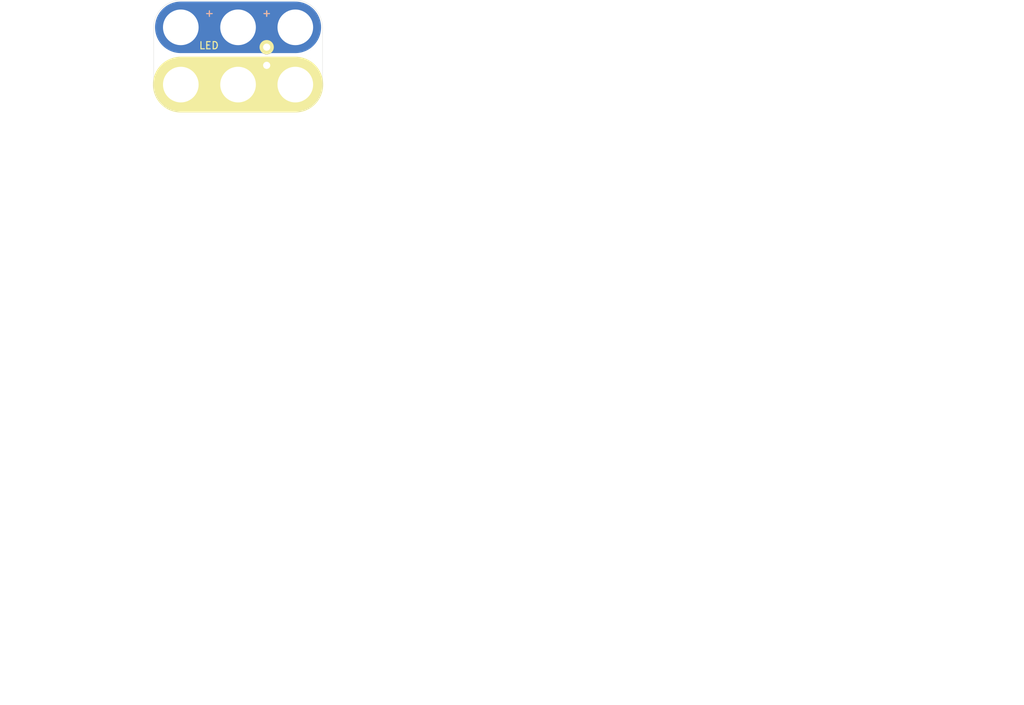
<source format=kicad_pcb>
(kicad_pcb (version 4) (host pcbnew 4.0.7-e2-6376~58~ubuntu16.04.1)

  (general
    (links 6)
    (no_connects 6)
    (area -0.6985 40.935479 142.146259 139.7635)
    (thickness 1.6)
    (drawings 1)
    (tracks 0)
    (zones 0)
    (modules 1)
    (nets 3)
  )

  (page USLetter)
  (title_block
    (title "2x3 Magnet-compatible LED (2.54mm Pitch)")
    (date "13 Jan 2017")
    (rev v1.2)
    (company "All rights reserved.")
    (comment 1 help@browndoggadgets.com)
    (comment 2 http://browndoggadgets.com/)
    (comment 3 "Brown Dog Gadgets")
  )

  (layers
    (0 F.Cu signal)
    (31 B.Cu signal)
    (34 B.Paste user)
    (35 F.Paste user)
    (36 B.SilkS user)
    (37 F.SilkS user)
    (38 B.Mask user)
    (39 F.Mask user)
    (40 Dwgs.User user)
    (44 Edge.Cuts user)
    (46 B.CrtYd user)
    (47 F.CrtYd user)
    (48 B.Fab user)
    (49 F.Fab user)
  )

  (setup
    (last_trace_width 0.254)
    (user_trace_width 0.1524)
    (user_trace_width 0.254)
    (user_trace_width 0.3302)
    (user_trace_width 0.508)
    (user_trace_width 0.762)
    (user_trace_width 1.27)
    (trace_clearance 0.254)
    (zone_clearance 0.508)
    (zone_45_only no)
    (trace_min 0.1524)
    (segment_width 0.1524)
    (edge_width 0.1524)
    (via_size 0.6858)
    (via_drill 0.3302)
    (via_min_size 0.6858)
    (via_min_drill 0.3302)
    (user_via 0.6858 0.3302)
    (user_via 0.762 0.4064)
    (user_via 0.8636 0.508)
    (uvia_size 0.6858)
    (uvia_drill 0.3302)
    (uvias_allowed no)
    (uvia_min_size 0)
    (uvia_min_drill 0)
    (pcb_text_width 0.1524)
    (pcb_text_size 1.016 1.016)
    (mod_edge_width 0.1524)
    (mod_text_size 1.016 1.016)
    (mod_text_width 0.1524)
    (pad_size 1.524 1.524)
    (pad_drill 0.762)
    (pad_to_mask_clearance 0.0762)
    (solder_mask_min_width 0.1016)
    (pad_to_paste_clearance -0.0762)
    (aux_axis_origin 0 0)
    (visible_elements FFFEDF7D)
    (pcbplotparams
      (layerselection 0x310fc_80000001)
      (usegerberextensions true)
      (excludeedgelayer true)
      (linewidth 0.100000)
      (plotframeref false)
      (viasonmask false)
      (mode 1)
      (useauxorigin false)
      (hpglpennumber 1)
      (hpglpenspeed 20)
      (hpglpendiameter 15)
      (hpglpenoverlay 2)
      (psnegative false)
      (psa4output false)
      (plotreference true)
      (plotvalue true)
      (plotinvisibletext false)
      (padsonsilk false)
      (subtractmaskfromsilk false)
      (outputformat 1)
      (mirror false)
      (drillshape 0)
      (scaleselection 1)
      (outputdirectory gerbers))
  )

  (net 0 "")
  (net 1 VCC)
  (net 2 GND)

  (net_class Default "This is the default net class."
    (clearance 0.254)
    (trace_width 0.254)
    (via_dia 0.6858)
    (via_drill 0.3302)
    (uvia_dia 0.6858)
    (uvia_drill 0.3302)
    (add_net GND)
    (add_net VCC)
  )

  (module Crazy_Circuits:LED-2.54MM-TH-2x3 (layer F.Cu) (tedit 59D9395A) (tstamp 588048A1)
    (at 32.5638 53.0098)
    (descr "10mm LED 5mm pitch through hole center polarized")
    (path /5878F851)
    (fp_text reference LED1 (at -4.0015 -4.7625) (layer B.SilkS) hide
      (effects (font (size 1 1) (thickness 0.15)) (justify mirror))
    )
    (fp_text value LED (at 4 -4) (layer F.Fab) hide
      (effects (font (size 1 1) (thickness 0.15)))
    )
    (fp_line (start -8 -10) (end 8 -10) (layer B.Mask) (width 3))
    (fp_arc (start 8 -8) (end 8 -11) (angle 180) (layer B.Mask) (width 1))
    (fp_text user LED (at -4.065 -5.461) (layer F.SilkS)
      (effects (font (size 1 1) (thickness 0.15)))
    )
    (fp_circle (center 4 -4) (end 8 1) (layer F.Fab) (width 0.04064))
    (fp_text user %R (at 4.445 -4.064) (layer F.Fab)
      (effects (font (size 1 1) (thickness 0.15)))
    )
    (fp_line (start -8 0) (end 8 0) (layer F.SilkS) (width 7.8))
    (fp_text user + (at 4 -10) (layer F.SilkS)
      (effects (font (size 1 1) (thickness 0.15)))
    )
    (fp_text user + (at 4 -10) (layer B.SilkS)
      (effects (font (size 1 1) (thickness 0.15)) (justify mirror))
    )
    (fp_text user - (at 4 3) (layer F.SilkS)
      (effects (font (size 1 1) (thickness 0.15)))
    )
    (fp_line (start 8 -8) (end -8 -8) (layer B.Cu) (width 7.2))
    (fp_line (start 8 0) (end -8 0) (layer B.Cu) (width 7.2))
    (fp_line (start 7.9 -11.8) (end -7.9 -11.8) (layer Edge.Cuts) (width 0.04064))
    (fp_line (start 7.9 3.8) (end -7.9 3.8) (layer Edge.Cuts) (width 0.04064))
    (fp_line (start 11.8 -0.1) (end 11.8 -7.9) (layer Edge.Cuts) (width 0.04064))
    (fp_line (start -11.8 -0.1) (end -11.8 -7.9) (layer Edge.Cuts) (width 0.04064))
    (fp_arc (start 7.9 -7.9) (end 7.9 -11.8) (angle 90) (layer Edge.Cuts) (width 0.04064))
    (fp_arc (start 7.9 -0.1) (end 11.8 -0.1) (angle 90) (layer Edge.Cuts) (width 0.04064))
    (fp_arc (start -7.9 -0.1) (end -7.9 3.8) (angle 90) (layer Edge.Cuts) (width 0.04064))
    (fp_arc (start -7.9 -7.9) (end -11.8 -7.9) (angle 90) (layer Edge.Cuts) (width 0.04064))
    (fp_line (start 7.9 -11.8) (end -7.9 -11.8) (layer F.Fab) (width 0.04064))
    (fp_line (start 7.9 3.8) (end -7.9 3.8) (layer F.Fab) (width 0.04064))
    (fp_line (start 11.8 -0.1) (end 11.8 -7.9) (layer F.Fab) (width 0.04064))
    (fp_line (start -11.8 -0.1) (end -11.8 -7.9) (layer F.Fab) (width 0.04064))
    (fp_arc (start 7.9 -7.9) (end 7.9 -11.8) (angle 90) (layer F.Fab) (width 0.04064))
    (fp_arc (start 7.9 -0.1) (end 11.8 -0.1) (angle 90) (layer F.Fab) (width 0.04064))
    (fp_arc (start -7.9 -0.1) (end -7.9 3.8) (angle 90) (layer F.Fab) (width 0.04064))
    (fp_arc (start -7.9 -7.9) (end -11.8 -7.9) (angle 90) (layer F.Fab) (width 0.04064))
    (fp_text user + (at -4 -10) (layer F.SilkS)
      (effects (font (size 1 1) (thickness 0.15)))
    )
    (fp_text user + (at -4 -10) (layer B.SilkS)
      (effects (font (size 1 1) (thickness 0.15)) (justify mirror))
    )
    (fp_text user + (at 4 -10) (layer F.Fab)
      (effects (font (size 1 1) (thickness 0.15)))
    )
    (fp_text user - (at 4 2) (layer F.Fab)
      (effects (font (size 1 1) (thickness 0.15)))
    )
    (fp_arc (start -8 -8) (end -8 -5) (angle 180) (layer B.Mask) (width 1))
    (fp_line (start -8 -10) (end 8 -10) (layer B.Mask) (width 3))
    (fp_line (start -8 -8.5) (end 8 -8.5) (layer B.Mask) (width 3))
    (fp_line (start -8 -5) (end 0 -5) (layer B.Mask) (width 1))
    (fp_arc (start -0.0635 -8) (end -0.0635 -5) (angle 180) (layer B.Mask) (width 1))
    (fp_arc (start 8 0) (end 8 -3) (angle 180) (layer B.Mask) (width 1))
    (fp_arc (start 0 0) (end 3 0.5) (angle 260.5376778) (layer B.Mask) (width 1))
    (fp_arc (start -8 0) (end -8 3) (angle 180) (layer B.Mask) (width 1))
    (fp_line (start -8 2) (end 8 2) (layer B.Mask) (width 3))
    (fp_line (start -8 0.5) (end 8 0.5) (layer B.Mask) (width 3))
    (fp_line (start -8.4375 -3) (end 0 -3) (layer B.Mask) (width 1))
    (fp_line (start -8 -6.5) (end -1 -6.5) (layer B.Mask) (width 3))
    (fp_arc (start 0 -8) (end 0 -5) (angle 270) (layer B.Mask) (width 1))
    (fp_line (start -8 -1.5) (end -1 -1.5) (layer B.Mask) (width 3))
    (pad + thru_hole circle (at 4 -5.23) (size 2 2) (drill 1.00076) (layers *.Cu *.Mask F.SilkS)
      (net 1 VCC))
    (pad - thru_hole circle (at 4 -2.69 270) (size 1.9 1.9) (drill 1.00076) (layers *.Cu *.Mask F.SilkS)
      (net 2 GND))
    (pad - thru_hole circle (at -8 0) (size 6 6) (drill 4.98) (layers *.Cu *.Mask)
      (net 2 GND))
    (pad + thru_hole circle (at -8 -8) (size 6 6) (drill 4.98) (layers *.Cu *.Mask)
      (net 1 VCC))
    (pad + thru_hole circle (at 8 -8) (size 6 6) (drill 4.98) (layers *.Cu F.Mask)
      (net 1 VCC))
    (pad - thru_hole circle (at 8 0) (size 6 6) (drill 4.98) (layers *.Cu F.Mask)
      (net 2 GND))
    (pad + thru_hole circle (at 0 -8) (size 6 6) (drill 4.98) (layers *.Cu F.Mask)
      (net 1 VCC))
    (pad - thru_hole circle (at 0 0) (size 6 6) (drill 4.98) (layers *.Cu F.Mask)
      (net 2 GND))
  )

  (gr_text "FABRICATION NOTES\n\n1. THIS IS A 2 LAYER BOARD. \n2. EXTERNAL LAYERS SHALL HAVE 1 OZ COPPER.\n3. MATERIAL: FR4 AND 0.062 INCH +/- 10% THICK.\n4. BOARDS SHALL BE ROHS COMPLIANT. \n5. MANUFACTURE IN ACCORDANCE WITH IPC-6012 CLASS 2\n6. MASK: BOTH SIDES OF THE BOARD SHALL HAVE \n   SOLDER MASK (BLACK) OVER BARE COPPER. \n7. SILK: BOTH SIDES OF THE BOARD SHALL HAVE WHITE SILK. \n   DO NOT PLACE SILK OVER BARE COPPER.\n8. FINISH: ENIG.\n9. MINIMUM TRACE WIDTH - 0.006 INCH.\n   MINIMUM SPACE - 0.006 INCH.\n   MINIMUM HOLE DIA - 0.013 INCH. \n10. MAX HOLE PLACEMENT TOLERANCE OF +/- 0.003 INCH.\n11. MAX HOLE DIAMETER TOLERANCE OF +/- 0.003 INCH AFTER PLATING." (at -0.6985 105.0925) (layer Dwgs.User)
    (effects (font (size 2.54 2.54) (thickness 0.254)) (justify left))
  )

)

</source>
